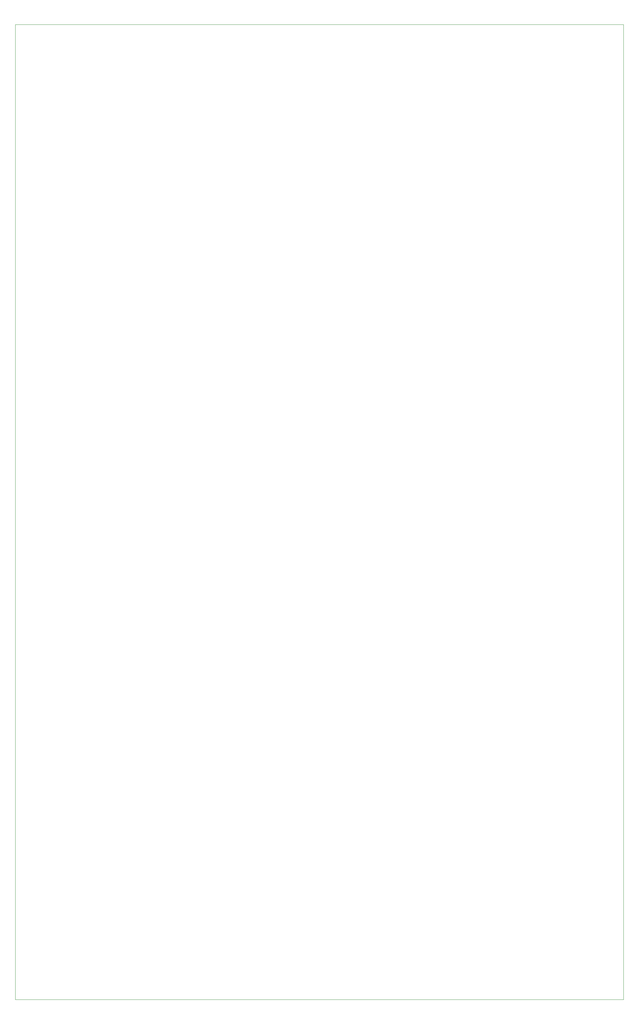
<source format=gm1>
%TF.GenerationSoftware,KiCad,Pcbnew,4.0.5*%
%TF.CreationDate,2018-01-19T20:33:35-07:00*%
%TF.ProjectId,MRI-RF-Amplifier,4D52492D52462D416D706C6966696572,6*%
%TF.FileFunction,Profile,NP*%
%FSLAX46Y46*%
G04 Gerber Fmt 4.6, Leading zero omitted, Abs format (unit mm)*
G04 Created by KiCad (PCBNEW 4.0.5) date 01/19/18 20:33:35*
%MOMM*%
%LPD*%
G01*
G04 APERTURE LIST*
%ADD10C,0.100000*%
G04 APERTURE END LIST*
D10*
X182118000Y-22352000D02*
X182118000Y-220980000D01*
X20066000Y-22352000D02*
X182118000Y-22352000D01*
X20066000Y-22352000D02*
X20066000Y-220980000D01*
X182118000Y-281940000D02*
X182118000Y-220980000D01*
X172720000Y-281940000D02*
X182118000Y-281940000D01*
X20066000Y-281940000D02*
X21590000Y-281940000D01*
X20066000Y-220980000D02*
X20066000Y-281940000D01*
X21590000Y-281940000D02*
X172720000Y-281940000D01*
M02*

</source>
